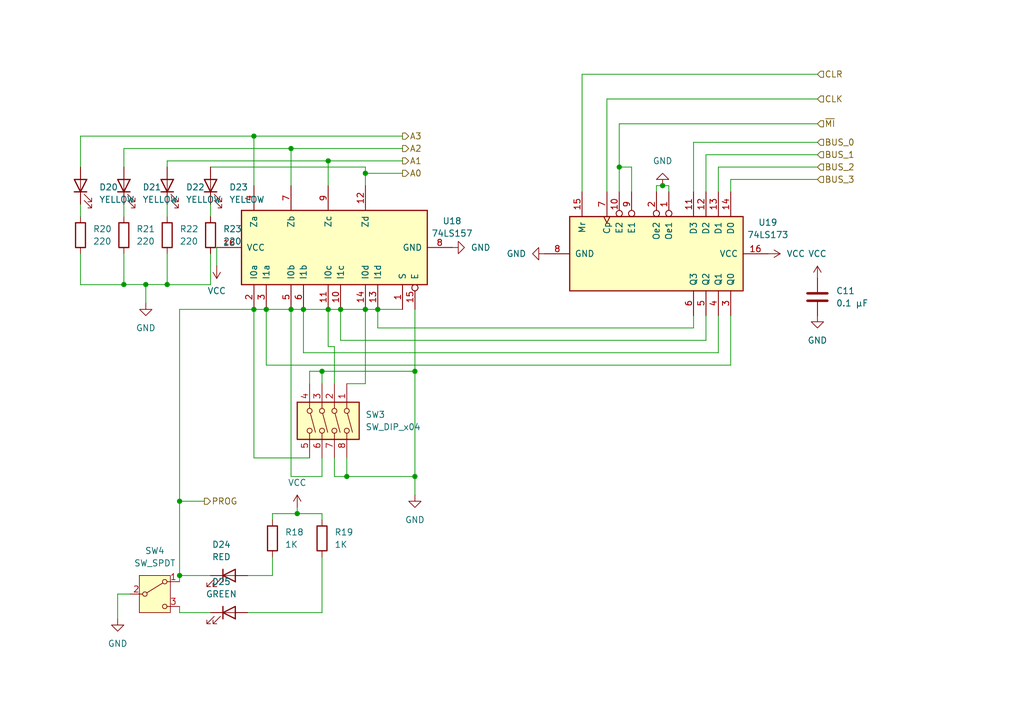
<source format=kicad_sch>
(kicad_sch (version 20250114) (generator "eeschema") (generator_version "9.0")
  (paper "A5")
  (lib_symbols
    (symbol "74xx:74LS157" (pin_names (offset 1.016))
      (property "Reference" "U" (at -7.62 19.05 0))
      (property "Value" "74LS157" (at -7.62 -21.59 0))
      (symbol "74LS157_1_0"
        (pin input line (at -12.7 15.24 0) (length 5.08) (name "I0a") (number "2"))
        (pin input line (at -12.7 12.7 0) (length 5.08) (name "I1a") (number "3"))
        (pin input line (at -12.7 7.62 0) (length 5.08) (name "I0b") (number "5"))
        (pin input line (at -12.7 5.08 0) (length 5.08) (name "I1b") (number "6"))
        (pin input line (at -12.7 0 0) (length 5.08) (name "I0c") (number "11"))
        (pin input line (at -12.7 -2.54 0) (length 5.08) (name "I1c") (number "10"))
        (pin input line (at -12.7 -7.62 0) (length 5.08) (name "I0d") (number "14"))
        (pin input line (at -12.7 -10.16 0) (length 5.08) (name "I1d") (number "13"))
        (pin input line (at -12.7 -15.24 0) (length 5.08) (name "S") (number "1"))
        (pin input inverted (at -12.7 -17.78 0) (length 5.08) (name "E") (number "15"))
        (pin power_in line (at 0 22.86 270) (length 5.08) (name "VCC") (number "16"))
        (pin power_in line (at 0 -25.4 90) (length 5.08) (name "GND") (number "8"))
        (pin output line (at 12.7 15.24 180) (length 5.08) (name "Za") (number "4"))
        (pin output line (at 12.7 7.62 180) (length 5.08) (name "Zb") (number "7"))
        (pin output line (at 12.7 0 180) (length 5.08) (name "Zc") (number "9"))
        (pin output line (at 12.7 -7.62 180) (length 5.08) (name "Zd") (number "12"))
      )
      (symbol "74LS157_1_1"
        (rectangle (start -7.62 17.78) (end 7.62 -20.32) (stroke (width 0.254)) (fill (type background)))
      )
    )
    (symbol "74xx:74LS173" (pin_names (offset 1.016))
      (property "Reference" "U" (at -7.62 19.05 0))
      (property "Value" "74LS173" (at -7.62 -19.05 0))
      (symbol "74LS173_1_0"
        (pin input line (at -12.7 15.24 0) (length 5.08) (name "D0") (number "14"))
        (pin input line (at -12.7 12.7 0) (length 5.08) (name "D1") (number "13"))
        (pin input line (at -12.7 10.16 0) (length 5.08) (name "D2") (number "12"))
        (pin input line (at -12.7 7.62 0) (length 5.08) (name "D3") (number "11"))
        (pin input inverted (at -12.7 2.54 0) (length 5.08) (name "Oe1") (number "1"))
        (pin input inverted (at -12.7 0 0) (length 5.08) (name "Oe2") (number "2"))
        (pin input inverted (at -12.7 -5.08 0) (length 5.08) (name "E1") (number "9"))
        (pin input inverted (at -12.7 -7.62 0) (length 5.08) (name "E2") (number "10"))
        (pin input clock (at -12.7 -10.16 0) (length 5.08) (name "Cp") (number "7"))
        (pin input line (at -12.7 -15.24 0) (length 5.08) (name "Mr") (number "15"))
        (pin power_in line (at 0 22.86 270) (length 5.08) (name "VCC") (number "16"))
        (pin power_in line (at 0 -22.86 90) (length 5.08) (name "GND") (number "8"))
        (pin tri_state line (at 12.7 15.24 180) (length 5.08) (name "Q0") (number "3"))
        (pin tri_state line (at 12.7 12.7 180) (length 5.08) (name "Q1") (number "4"))
        (pin tri_state line (at 12.7 10.16 180) (length 5.08) (name "Q2") (number "5"))
        (pin tri_state line (at 12.7 7.62 180) (length 5.08) (name "Q3") (number "6"))
      )
      (symbol "74LS173_1_1"
        (rectangle (start -7.62 17.78) (end 7.62 -17.78) (stroke (width 0.254)) (fill (type background)))
      )
    )
    (symbol "Device:C" (pin_numbers (hide yes)) (pin_names (offset 0.254))
      (property "Reference" "C" (at 0.635 2.54 0))
      (property "Value" "C" (at 0.635 -2.54 0))
      (symbol "C_0_1"
        (polyline (pts (xy -2.032 0.762) (xy 2.032 0.762)) (stroke (width 0.508)))
        (polyline (pts (xy -2.032 -0.762) (xy 2.032 -0.762)) (stroke (width 0.508)))
      )
      (symbol "C_1_1"
        (pin passive line (at 0 3.81 270) (length 2.794) (name "~") (number "1"))
        (pin passive line (at 0 -3.81 90) (length 2.794) (name "~") (number "2"))
      )
    )
    (symbol "Device:LED" (pin_numbers (hide yes)) (pin_names (offset 1.016) (hide yes))
      (property "Reference" "D" (at 0 2.54 0))
      (property "Value" "LED" (at 0 -2.54 0))
      (symbol "LED_0_1"
        (polyline (pts (xy -3.048 -0.762) (xy -4.572 -2.286) (xy -3.81 -2.286) (xy -4.572 -2.286) (xy -4.572 -1.524)))
        (polyline (pts (xy -1.778 -0.762) (xy -3.302 -2.286) (xy -2.54 -2.286) (xy -3.302 -2.286) (xy -3.302 -1.524)))
        (polyline (pts (xy -1.27 0) (xy 1.27 0)))
        (polyline (pts (xy -1.27 -1.27) (xy -1.27 1.27)) (stroke (width 0.254)))
        (polyline (pts (xy 1.27 -1.27) (xy 1.27 1.27) (xy -1.27 0) (xy 1.27 -1.27)) (stroke (width 0.254)))
      )
      (symbol "LED_1_1"
        (pin passive line (at -3.81 0 0) (length 2.54) (name "K") (number "1"))
        (pin passive line (at 3.81 0 180) (length 2.54) (name "A") (number "2"))
      )
    )
    (symbol "Device:R" (pin_numbers (hide yes)) (pin_names (offset 0))
      (property "Reference" "R" (at 2.032 0 90))
      (property "Value" "R" (at 0 0 90))
      (symbol "R_0_1"
        (rectangle (start -1.016 -2.54) (end 1.016 2.54) (stroke (width 0.254)))
      )
      (symbol "R_1_1"
        (pin passive line (at 0 3.81 270) (length 1.27) (name "~") (number "1"))
        (pin passive line (at 0 -3.81 90) (length 1.27) (name "~") (number "2"))
      )
    )
    (symbol "Switch:SW_DIP_x04" (pin_names (offset 0) (hide yes))
      (property "Reference" "SW" (at 0 8.89 0))
      (property "Value" "SW_DIP_x04" (at 0 -6.35 0))
      (symbol "SW_DIP_x04_0_0"
        (circle (center -2.032 5.08) (radius 0.508))
        (circle (center -2.032 2.54) (radius 0.508))
        (circle (center -2.032 0) (radius 0.508))
        (circle (center -2.032 -2.54) (radius 0.508))
        (polyline (pts (xy -1.524 5.207) (xy 2.3622 6.2484)))
        (polyline (pts (xy -1.524 2.667) (xy 2.3622 3.7084)))
        (polyline (pts (xy -1.524 0.127) (xy 2.3622 1.1684)))
        (polyline (pts (xy -1.524 -2.3876) (xy 2.3622 -1.3462)))
        (circle (center 2.032 5.08) (radius 0.508))
        (circle (center 2.032 2.54) (radius 0.508))
        (circle (center 2.032 0) (radius 0.508))
        (circle (center 2.032 -2.54) (radius 0.508))
      )
      (symbol "SW_DIP_x04_0_1"
        (rectangle (start -3.81 7.62) (end 3.81 -5.08) (stroke (width 0.254)) (fill (type background)))
      )
      (symbol "SW_DIP_x04_1_1"
        (pin passive line (at -7.62 5.08 0) (length 5.08) (name "~") (number "1"))
        (pin passive line (at -7.62 2.54 0) (length 5.08) (name "~") (number "2"))
        (pin passive line (at -7.62 0 0) (length 5.08) (name "~") (number "3"))
        (pin passive line (at -7.62 -2.54 0) (length 5.08) (name "~") (number "4"))
        (pin passive line (at 7.62 5.08 180) (length 5.08) (name "~") (number "8"))
        (pin passive line (at 7.62 2.54 180) (length 5.08) (name "~") (number "7"))
        (pin passive line (at 7.62 0 180) (length 5.08) (name "~") (number "6"))
        (pin passive line (at 7.62 -2.54 180) (length 5.08) (name "~") (number "5"))
      )
    )
    (symbol "Switch:SW_SPDT" (pin_names (offset 0) (hide yes))
      (property "Reference" "SW" (at 0 5.08 0))
      (property "Value" "SW_SPDT" (at 0 -5.08 0))
      (symbol "SW_SPDT_0_1"
        (circle (center -2.032 0) (radius 0.4572))
        (polyline (pts (xy -1.651 0.254) (xy 1.651 2.286)))
        (circle (center 2.032 2.54) (radius 0.4572))
        (circle (center 2.032 -2.54) (radius 0.4572))
      )
      (symbol "SW_SPDT_1_1"
        (rectangle (start -3.175 3.81) (end 3.175 -3.81) (fill (type background)))
        (pin passive line (at -5.08 0 0) (length 2.54) (name "B") (number "2"))
        (pin passive line (at 5.08 2.54 180) (length 2.54) (name "A") (number "1"))
        (pin passive line (at 5.08 -2.54 180) (length 2.54) (name "C") (number "3"))
      )
    )
    (symbol "power:GND" (power) (pin_numbers (hide yes)) (pin_names (offset 0) (hide yes))
      (property "Value" "GND" (at 0 -3.81 0))
      (symbol "GND_0_1"
        (polyline (pts (xy 0 0) (xy 0 -1.27) (xy 1.27 -1.27) (xy 0 -2.54) (xy -1.27 -1.27) (xy 0 -1.27)))
      )
      (symbol "GND_1_1"
        (pin power_in line (at 0 0 270) (length 0) (name "~") (number "1"))
      )
    )
    (symbol "power:VCC" (power) (pin_numbers (hide yes)) (pin_names (offset 0) (hide yes))
      (property "Value" "VCC" (at 0 3.556 0))
      (symbol "VCC_0_1"
        (polyline (pts (xy -0.762 1.27) (xy 0 2.54)))
        (polyline (pts (xy 0 2.54) (xy 0.762 1.27)))
        (polyline (pts (xy 0 0) (xy 0 2.54)))
      )
      (symbol "VCC_1_1"
        (pin power_in line (at 0 0 90) (length 0) (name "~") (number "1"))
      )
    )
  )
  (junction (at 85.09 76.2))
  (junction (at 36.83 102.87))
  (junction (at 67.31 63.5))
  (junction (at 34.29 58.3924))
  (junction (at 52.07 27.94))
  (junction (at 60.96 105.41))
  (junction (at 59.69 30.48))
  (junction (at 54.61 63.5))
  (junction (at 69.85 63.5))
  (junction (at 74.93 63.5))
  (junction (at 71.12 97.79))
  (junction (at 59.69 63.5))
  (junction (at 67.31 33.02))
  (junction (at 62.23 63.5))
  (junction (at 29.899 58.3924))
  (junction (at 74.93 35.56))
  (junction (at 36.83 118.11))
  (junction (at 25.4 58.3924))
  (junction (at 127 34.29))
  (junction (at 52.07 63.5))
  (junction (at 66.04 76.2))
  (junction (at 85.09 97.79))
  (junction (at 77.47 63.5))
  (junction (at 135.89 38.1))
  (wire (pts (xy 147.32 72.39) (xy 62.23 72.39)))
  (wire (pts (xy 68.58 97.79) (xy 71.12 97.79)))
  (wire (pts (xy 66.04 106.68) (xy 66.04 105.41)))
  (wire (pts (xy 142.24 39.37) (xy 142.24 29.21)))
  (wire (pts (xy 25.4 34.29) (xy 25.4 30.48)))
  (wire (pts (xy 68.58 78.74) (xy 68.58 71.12)))
  (wire (pts (xy 127 39.37) (xy 127 34.29)))
  (wire (pts (xy 67.31 63.5) (xy 62.23 63.5)))
  (wire (pts (xy 137.16 38.1) (xy 135.89 38.1)))
  (wire (pts (xy 67.31 38.1) (xy 67.31 33.02)))
  (wire (pts (xy 142.24 64.77) (xy 142.24 67.31)))
  (wire (pts (xy 67.31 33.02) (xy 82.55 33.02)))
  (wire (pts (xy 149.86 64.77) (xy 149.86 74.93)))
  (wire (pts (xy 74.93 38.1) (xy 74.93 35.56)))
  (wire (pts (xy 134.62 38.1) (xy 135.89 38.1)))
  (wire (pts (xy 16.51 52.07) (xy 16.51 58.42)))
  (wire (pts (xy 34.29 41.91) (xy 34.29 44.45)))
  (wire (pts (xy 36.83 63.5) (xy 36.83 102.87)))
  (wire (pts (xy 59.69 63.5) (xy 54.61 63.5)))
  (wire (pts (xy 34.29 34.29) (xy 34.29 33.02)))
  (wire (pts (xy 25.4 44.45) (xy 25.4 41.91)))
  (wire (pts (xy 43.18 118.11) (xy 36.83 118.11)))
  (wire (pts (xy 25.4 30.48) (xy 59.69 30.48)))
  (wire (pts (xy 66.04 76.2) (xy 85.09 76.2)))
  (wire (pts (xy 26.67 121.92) (xy 24.13 121.92)))
  (wire (pts (xy 147.32 39.37) (xy 147.32 34.29)))
  (wire (pts (xy 34.29 58.42) (xy 43.18 58.42)))
  (wire (pts (xy 149.86 39.37) (xy 149.86 36.83)))
  (wire (pts (xy 144.78 64.77) (xy 144.78 69.85)))
  (wire (pts (xy 71.12 97.79) (xy 85.09 97.79)))
  (wire (pts (xy 44.45 50.8) (xy 44.45 54.61)))
  (wire (pts (xy 52.07 27.94) (xy 82.55 27.94)))
  (wire (pts (xy 144.78 39.37) (xy 144.78 31.75)))
  (wire (pts (xy 147.32 64.77) (xy 147.32 72.39)))
  (wire (pts (xy 85.09 97.79) (xy 85.09 101.6)))
  (wire (pts (xy 66.04 97.79) (xy 59.69 97.79)))
  (wire (pts (xy 62.23 63.5) (xy 59.69 63.5)))
  (wire (pts (xy 55.88 118.11) (xy 55.88 114.3)))
  (wire (pts (xy 43.18 125.73) (xy 36.83 125.73)))
  (wire (pts (xy 69.85 63.5) (xy 67.31 63.5)))
  (wire (pts (xy 25.4 58.3924) (xy 25.4 58.42)))
  (wire (pts (xy 85.09 76.2) (xy 85.09 63.5)))
  (wire (pts (xy 119.38 15.24) (xy 167.64 15.24)))
  (wire (pts (xy 129.54 39.37) (xy 129.54 34.29)))
  (wire (pts (xy 71.12 93.98) (xy 71.12 97.79)))
  (wire (pts (xy 43.18 41.91) (xy 43.18 44.45)))
  (wire (pts (xy 124.46 39.37) (xy 124.46 20.32)))
  (wire (pts (xy 62.23 72.39) (xy 62.23 63.5)))
  (wire (pts (xy 60.96 105.41) (xy 55.88 105.41)))
  (wire (pts (xy 77.47 67.31) (xy 77.47 63.5)))
  (wire (pts (xy 34.29 33.02) (xy 67.31 33.02)))
  (wire (pts (xy 144.78 31.75) (xy 167.64 31.75)))
  (wire (pts (xy 63.5 78.74) (xy 63.5 76.2)))
  (wire (pts (xy 142.24 29.21) (xy 167.64 29.21)))
  (wire (pts (xy 66.04 93.98) (xy 66.04 97.79)))
  (wire (pts (xy 124.46 20.32) (xy 167.64 20.32)))
  (wire (pts (xy 69.85 69.85) (xy 69.85 63.5)))
  (wire (pts (xy 63.5 93.98) (xy 52.07 93.98)))
  (wire (pts (xy 71.12 78.74) (xy 74.93 78.74)))
  (wire (pts (xy 74.93 34.29) (xy 74.93 35.56)))
  (wire (pts (xy 16.51 27.94) (xy 52.07 27.94)))
  (wire (pts (xy 144.78 69.85) (xy 69.85 69.85)))
  (wire (pts (xy 119.38 39.37) (xy 119.38 15.24)))
  (wire (pts (xy 149.86 36.83) (xy 167.64 36.83)))
  (wire (pts (xy 74.93 63.5) (xy 69.85 63.5)))
  (wire (pts (xy 127 25.4) (xy 167.64 25.4)))
  (wire (pts (xy 29.899 58.3924) (xy 29.899 62.23)))
  (wire (pts (xy 85.09 97.79) (xy 85.09 76.2)))
  (wire (pts (xy 66.04 76.2) (xy 66.04 78.74)))
  (wire (pts (xy 55.88 105.41) (xy 55.88 106.68)))
  (wire (pts (xy 149.86 74.93) (xy 54.61 74.93)))
  (wire (pts (xy 67.31 71.12) (xy 67.31 63.5)))
  (wire (pts (xy 25.4 58.3924) (xy 29.899 58.3924)))
  (wire (pts (xy 59.69 97.79) (xy 59.69 63.5)))
  (wire (pts (xy 50.8 118.11) (xy 55.88 118.11)))
  (wire (pts (xy 36.83 118.11) (xy 36.83 119.38)))
  (wire (pts (xy 137.16 39.37) (xy 137.16 38.1)))
  (wire (pts (xy 43.18 34.29) (xy 74.93 34.29)))
  (wire (pts (xy 68.58 71.12) (xy 67.31 71.12)))
  (wire (pts (xy 77.47 63.5) (xy 74.93 63.5)))
  (wire (pts (xy 134.62 39.37) (xy 134.62 38.1)))
  (wire (pts (xy 16.51 34.29) (xy 16.51 27.94)))
  (wire (pts (xy 52.07 38.1) (xy 52.07 27.94)))
  (wire (pts (xy 50.8 125.73) (xy 66.04 125.73)))
  (wire (pts (xy 29.899 58.3924) (xy 34.29 58.3924)))
  (wire (pts (xy 74.93 78.74) (xy 74.93 63.5)))
  (wire (pts (xy 36.83 125.73) (xy 36.83 124.46)))
  (wire (pts (xy 34.29 58.3924) (xy 34.29 58.42)))
  (wire (pts (xy 59.69 30.48) (xy 82.55 30.48)))
  (wire (pts (xy 16.51 58.42) (xy 25.4 58.42)))
  (wire (pts (xy 127 34.29) (xy 127 25.4)))
  (wire (pts (xy 34.29 52.07) (xy 34.29 58.3924)))
  (wire (pts (xy 59.69 38.1) (xy 59.69 30.48)))
  (wire (pts (xy 82.55 63.5) (xy 77.47 63.5)))
  (wire (pts (xy 68.58 93.98) (xy 68.58 97.79)))
  (wire (pts (xy 66.04 105.41) (xy 60.96 105.41)))
  (wire (pts (xy 54.61 74.93) (xy 54.61 63.5)))
  (wire (pts (xy 54.61 63.5) (xy 52.07 63.5)))
  (wire (pts (xy 24.13 121.92) (xy 24.13 127)))
  (wire (pts (xy 36.83 63.5) (xy 52.07 63.5)))
  (wire (pts (xy 16.51 44.45) (xy 16.51 41.91)))
  (wire (pts (xy 147.32 34.29) (xy 167.64 34.29)))
  (wire (pts (xy 60.96 104.14) (xy 60.96 105.41)))
  (wire (pts (xy 43.18 52.07) (xy 43.18 58.42)))
  (wire (pts (xy 63.5 76.2) (xy 66.04 76.2)))
  (wire (pts (xy 129.54 34.29) (xy 127 34.29)))
  (wire (pts (xy 74.93 35.56) (xy 82.55 35.56)))
  (wire (pts (xy 36.83 102.87) (xy 41.91 102.87)))
  (wire (pts (xy 25.4 52.07) (xy 25.4 58.3924)))
  (wire (pts (xy 52.07 93.98) (xy 52.07 63.5)))
  (wire (pts (xy 66.04 125.73) (xy 66.04 114.3)))
  (wire (pts (xy 36.83 102.87) (xy 36.83 118.11)))
  (wire (pts (xy 142.24 67.31) (xy 77.47 67.31)))
  (hierarchical_label "A0" (shape output) (at 82.55 35.56 0))
  (hierarchical_label "~{MI}" (shape input) (at 167.64 25.4 0))
  (hierarchical_label "BUS_1" (shape input) (at 167.64 31.75 0))
  (hierarchical_label "CLR" (shape input) (at 167.64 15.24 0))
  (hierarchical_label "CLK" (shape input) (at 167.64 20.32 0))
  (hierarchical_label "A2" (shape output) (at 82.55 30.48 0))
  (hierarchical_label "A1" (shape output) (at 82.55 33.02 0))
  (hierarchical_label "PROG" (shape output) (at 41.91 102.87 0))
  (hierarchical_label "BUS_2" (shape input) (at 167.64 34.29 0))
  (hierarchical_label "A3" (shape output) (at 82.55 27.94 0))
  (hierarchical_label "BUS_3" (shape input) (at 167.64 36.83 0))
  (hierarchical_label "BUS_0" (shape input) (at 167.64 29.21 0))
  (symbol (lib_id "Device:R") (at 43.18 48.26 0) (unit 1)
    (property "Reference" "R23" (at 45.72 46.9899 0) (effects (justify left)))
    (property "Value" "220" (at 45.72 49.53 0) (effects (justify left)))
    (property "Footprint" "Resistor_THT:R_Axial_DIN0207_L6.3mm_D2.5mm_P7.62mm_Horizontal" (effects (hide yes)))
    (property "Description" "Resistor" (effects (hide yes)))
  )
  (symbol (lib_id "power:VCC") (at 167.64 57.15 0) (unit 1)
    (property "Reference" "#PWR025" (effects (hide yes)))
    (property "Value" "VCC" (at 167.64 52.07 0))
    (property "Description" "Power symbol creates a global label with name \"VCC\"" (effects (hide yes)))
  )
  (symbol (lib_id "Device:R") (at 25.4 48.26 0) (unit 1)
    (property "Reference" "R21" (at 27.94 46.9899 0) (effects (justify left)))
    (property "Value" "220" (at 27.94 49.5299 0) (effects (justify left)))
    (property "Footprint" "Resistor_THT:R_Axial_DIN0207_L6.3mm_D2.5mm_P7.62mm_Horizontal" (effects (hide yes)))
    (property "Description" "Resistor" (effects (hide yes)))
  )
  (symbol (lib_id "power:GND") (at 92.71 50.8 90) (unit 1)
    (property "Reference" "#PWR0155" (effects (hide yes)))
    (property "Value" "GND" (at 96.52 50.7999 90) (effects (justify right)))
    (property "Description" "Power symbol creates a global label with name \"GND\" , ground" (effects (hide yes)))
  )
  (symbol (lib_id "power:GND") (at 85.09 101.6 0) (unit 1)
    (property "Reference" "#PWR022" (effects (hide yes)))
    (property "Value" "GND" (at 85.09 106.68 0))
    (property "Description" "Power symbol creates a global label with name \"GND\" , ground" (effects (hide yes)))
  )
  (symbol (lib_id "power:GND") (at 24.13 127 0) (unit 1)
    (property "Reference" "#PWR024" (effects (hide yes)))
    (property "Value" "GND" (at 24.13 132.08 0))
    (property "Description" "Power symbol creates a global label with name \"GND\" , ground" (effects (hide yes)))
  )
  (symbol (lib_id "Switch:SW_DIP_x04") (at 66.04 86.36 270) (unit 1)
    (property "Reference" "SW3" (at 74.93 85.0899 90) (effects (justify left)))
    (property "Value" "SW_DIP_x04" (at 74.93 87.6299 90) (effects (justify left)))
    (property "Footprint" "Button_Switch_THT:SW_DIP_SPSTx04_Slide_6.7x11.72mm_W7.62mm_P2.54mm_LowProfile" (effects (hide yes)))
    (property "Description" "4x DIP Switch, Single Pole Single Throw (SPST) switch, small symbol" (effects (hide yes)))
  )
  (symbol (lib_id "Device:C") (at 167.64 60.96 0) (unit 1)
    (property "Reference" "C11" (at 171.45 59.6899 0) (effects (justify left)))
    (property "Value" "0.1 µF" (at 171.45 62.2299 0) (effects (justify left)))
    (property "Footprint" "Capacitor_THT:C_Radial_D5.0mm_H5.0mm_P2.00mm" (effects (hide yes)))
    (property "Description" "Unpolarized capacitor" (effects (hide yes)))
  )
  (symbol (lib_id "power:VCC") (at 44.45 54.61 180) (unit 1)
    (property "Reference" "#PWR0152" (effects (hide yes)))
    (property "Value" "VCC" (at 44.45 59.69 0))
    (property "Description" "Power symbol creates a global label with name \"VCC\"" (effects (hide yes)))
  )
  (symbol (lib_id "Device:LED") (at 43.18 38.1 90) (unit 1)
    (property "Reference" "D23" (at 46.99 38.4174 90) (effects (justify right)))
    (property "Value" "YELLOW" (at 46.99 40.9574 90) (effects (justify right)))
    (property "Footprint" "LED_THT:LED_D3.0mm" (effects (hide yes)))
    (property "Description" "Light emitting diode" (effects (hide yes)))
    (property "Sim.Pins" "1=K 2=A" (effects (hide yes)))
  )
  (symbol (lib_id "74xx:74LS173") (at 134.62 52.07 270) (unit 1)
    (property "Reference" "U19" (at 157.48 45.6498 90))
    (property "Value" "74LS173" (at 157.48 48.1898 90))
    (property "Footprint" "Custom:SN74LS173AN" (effects (hide yes)))
    (property "Datasheet" "http://www.ti.com/lit/gpn/sn74LS173" (effects (hide yes)))
    (property "Description" "4-bit D-type Register, 3 state out" (effects (hide yes)))
  )
  (symbol (lib_id "power:GND") (at 29.899 62.23 0) (unit 1)
    (property "Reference" "#PWR023" (effects (hide yes)))
    (property "Value" "GND" (at 29.899 67.31 0))
    (property "Description" "Power symbol creates a global label with name \"GND\" , ground" (effects (hide yes)))
  )
  (symbol (lib_id "power:VCC") (at 157.48 52.07 270) (unit 1)
    (property "Reference" "#PWR0153" (effects (hide yes)))
    (property "Value" "VCC" (at 161.29 52.0699 90) (effects (justify left)))
    (property "Description" "Power symbol creates a global label with name \"VCC\"" (effects (hide yes)))
  )
  (symbol (lib_id "74xx:74LS157") (at 67.31 50.8 90) (unit 1)
    (property "Reference" "U18" (at 92.71 45.3546 90))
    (property "Value" "74LS157" (at 92.71 47.8946 90))
    (property "Footprint" "Custom:N16" (effects (hide yes)))
    (property "Datasheet" "http://www.ti.com/lit/gpn/sn74LS157" (effects (hide yes)))
    (property "Description" "Quad 2 to 1 line Multiplexer" (effects (hide yes)))
  )
  (symbol (lib_id "power:GND") (at 111.76 52.07 270) (unit 1)
    (property "Reference" "#PWR0154" (effects (hide yes)))
    (property "Value" "GND" (at 107.95 52.0699 90) (effects (justify right)))
    (property "Description" "Power symbol creates a global label with name \"GND\" , ground" (effects (hide yes)))
  )
  (symbol (lib_id "Switch:SW_SPDT") (at 31.75 121.92 0) (unit 1)
    (property "Reference" "SW4" (at 31.75 113.03 0))
    (property "Value" "SW_SPDT" (at 31.75 115.57 0))
    (property "Footprint" "Button_Switch_SMD:SW_SPDT_CK_JS102011SAQN" (effects (hide yes)))
    (property "Description" "Switch, single pole double throw" (effects (hide yes)))
  )
  (symbol (lib_id "power:VCC") (at 60.96 104.14 0) (unit 1)
    (property "Reference" "#PWR026" (effects (hide yes)))
    (property "Value" "VCC" (at 60.96 99.06 0))
    (property "Description" "Power symbol creates a global label with name \"VCC\"" (effects (hide yes)))
  )
  (symbol (lib_id "Device:R") (at 16.51 48.26 0) (unit 1)
    (property "Reference" "R20" (at 19.05 46.9899 0) (effects (justify left)))
    (property "Value" "220" (at 19.05 49.5299 0) (effects (justify left)))
    (property "Footprint" "Resistor_THT:R_Axial_DIN0207_L6.3mm_D2.5mm_P7.62mm_Horizontal" (effects (hide yes)))
    (property "Description" "Resistor" (effects (hide yes)))
  )
  (symbol (lib_id "Device:LED") (at 34.29 38.1 90) (unit 1)
    (property "Reference" "D22" (at 38.1 38.4174 90) (effects (justify right)))
    (property "Value" "YELLOW" (at 38.1 40.9574 90) (effects (justify right)))
    (property "Footprint" "LED_THT:LED_D3.0mm" (effects (hide yes)))
    (property "Description" "Light emitting diode" (effects (hide yes)))
    (property "Sim.Pins" "1=K 2=A" (effects (hide yes)))
  )
  (symbol (lib_id "Device:LED") (at 25.4 38.1 90) (unit 1)
    (property "Reference" "D21" (at 29.21 38.4174 90) (effects (justify right)))
    (property "Value" "YELLOW" (at 29.21 40.9574 90) (effects (justify right)))
    (property "Footprint" "LED_THT:LED_D3.0mm" (effects (hide yes)))
    (property "Description" "Light emitting diode" (effects (hide yes)))
    (property "Sim.Pins" "1=K 2=A" (effects (hide yes)))
  )
  (symbol (lib_id "Device:LED") (at 46.99 125.73 0) (unit 1)
    (property "Reference" "D25" (at 45.4025 119.38 0))
    (property "Value" "GREEN" (at 45.4025 121.92 0))
    (property "Footprint" "LED_THT:LED_D3.0mm" (effects (hide yes)))
    (property "Description" "Light emitting diode" (effects (hide yes)))
    (property "Sim.Pins" "1=K 2=A" (effects (hide yes)))
  )
  (symbol (lib_id "power:GND") (at 167.64 64.77 0) (unit 1)
    (property "Reference" "#PWR021" (effects (hide yes)))
    (property "Value" "GND" (at 167.64 69.85 0))
    (property "Description" "Power symbol creates a global label with name \"GND\" , ground" (effects (hide yes)))
  )
  (symbol (lib_id "Device:LED") (at 46.99 118.11 0) (unit 1)
    (property "Reference" "D24" (at 45.4025 111.76 0))
    (property "Value" "RED" (at 45.4025 114.3 0))
    (property "Footprint" "LED_THT:LED_D3.0mm" (effects (hide yes)))
    (property "Description" "Light emitting diode" (effects (hide yes)))
    (property "Sim.Pins" "1=K 2=A" (effects (hide yes)))
  )
  (symbol (lib_id "Device:R") (at 55.88 110.49 0) (unit 1)
    (property "Reference" "R18" (at 58.42 109.2199 0) (effects (justify left)))
    (property "Value" "1K" (at 58.42 111.7599 0) (effects (justify left)))
    (property "Footprint" "Resistor_THT:R_Axial_DIN0207_L6.3mm_D2.5mm_P7.62mm_Horizontal" (effects (hide yes)))
    (property "Description" "Resistor" (effects (hide yes)))
  )
  (symbol (lib_id "Device:LED") (at 16.51 38.1 90) (unit 1)
    (property "Reference" "D20" (at 20.32 38.4174 90) (effects (justify right)))
    (property "Value" "YELLOW" (at 20.32 40.9574 90) (effects (justify right)))
    (property "Footprint" "LED_THT:LED_D3.0mm" (effects (hide yes)))
    (property "Description" "Light emitting diode" (effects (hide yes)))
    (property "Sim.Pins" "1=K 2=A" (effects (hide yes)))
  )
  (symbol (lib_id "power:GND") (at 135.89 38.1 180) (unit 1)
    (property "Reference" "#PWR020" (effects (hide yes)))
    (property "Value" "GND" (at 135.89 33.02 0))
    (property "Description" "Power symbol creates a global label with name \"GND\" , ground" (effects (hide yes)))
  )
  (symbol (lib_id "Device:R") (at 34.29 48.26 0) (unit 1)
    (property "Reference" "R22" (at 36.83 46.9899 0) (effects (justify left)))
    (property "Value" "220" (at 36.83 49.5299 0) (effects (justify left)))
    (property "Footprint" "Resistor_THT:R_Axial_DIN0207_L6.3mm_D2.5mm_P7.62mm_Horizontal" (effects (hide yes)))
    (property "Description" "Resistor" (effects (hide yes)))
  )
  (symbol (lib_id "Device:R") (at 66.04 110.49 0) (unit 1)
    (property "Reference" "R19" (at 68.58 109.2199 0) (effects (justify left)))
    (property "Value" "1K" (at 68.58 111.7599 0) (effects (justify left)))
    (property "Footprint" "Resistor_THT:R_Axial_DIN0207_L6.3mm_D2.5mm_P7.62mm_Horizontal" (effects (hide yes)))
    (property "Description" "Resistor" (effects (hide yes)))
  )
)
</source>
